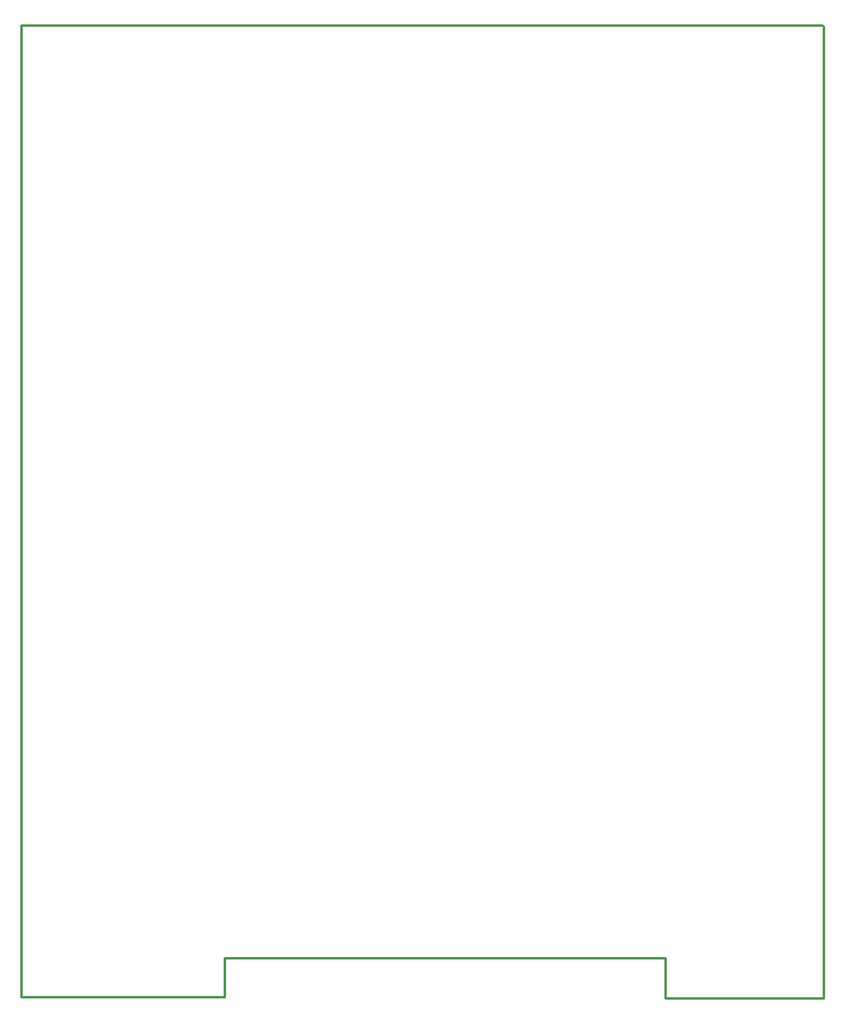
<source format=gko>
G04 Layer_Color=16711935*
%FSLAX24Y24*%
%MOIN*%
G70*
G01*
G75*
%ADD11C,0.0200*%
D11*
X19800Y3900D02*
Y7100D01*
X56000D01*
X10650Y83700D02*
X14400D01*
X69000Y3900D02*
Y83600D01*
X56900Y83700D02*
X68900D01*
X25025D02*
X46275D01*
X3150D02*
X10650D01*
X3100Y3900D02*
Y83700D01*
Y3900D02*
X19800D01*
X56000Y3800D02*
Y7100D01*
Y3800D02*
X69000D01*
X14400Y83700D02*
X25025D01*
X46275D02*
X56900D01*
M02*

</source>
